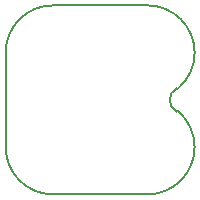
<source format=gm1>
G04 #@! TF.FileFunction,Profile,NP*
%FSLAX46Y46*%
G04 Gerber Fmt 4.6, Leading zero omitted, Abs format (unit mm)*
G04 Created by KiCad (PCBNEW 4.0.1-3.201512221402+6198~38~ubuntu14.04.1-stable) date Tue 01 Mar 2016 01:38:21 PM PST*
%MOMM*%
G01*
G04 APERTURE LIST*
%ADD10C,0.100000*%
%ADD11C,0.150000*%
G04 APERTURE END LIST*
D10*
D11*
X138000000Y-88500000D02*
G75*
G03X138000000Y-90500000I500000J-1000000D01*
G01*
X138060737Y-90427115D02*
G75*
G02X139500000Y-93500000I-2560737J-3072885D01*
G01*
X138060737Y-88572885D02*
G75*
G03X139500000Y-85500000I-2560737J3072885D01*
G01*
X123500000Y-85500000D02*
X123500000Y-93500000D01*
X135500000Y-97500000D02*
G75*
G03X139500000Y-93500000I0J4000000D01*
G01*
X139500000Y-85500000D02*
G75*
G03X135500000Y-81500000I-4000000J0D01*
G01*
X127500000Y-81500000D02*
G75*
G03X123500000Y-85500000I0J-4000000D01*
G01*
X123500000Y-93500000D02*
G75*
G03X127500000Y-97500000I4000000J0D01*
G01*
X127500000Y-97500000D02*
X135500000Y-97500000D01*
X135500000Y-81500000D02*
X127500000Y-81500000D01*
M02*

</source>
